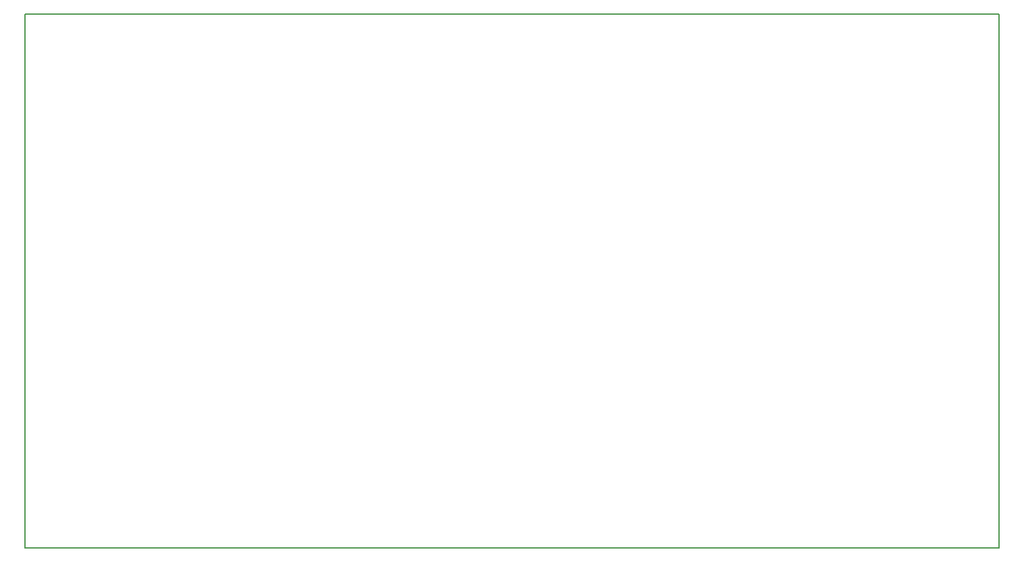
<source format=gm1>
G04*
G04 #@! TF.GenerationSoftware,Altium Limited,Altium Designer,20.0.9 (164)*
G04*
G04 Layer_Color=16711935*
%FSLAX25Y25*%
%MOIN*%
G70*
G01*
G75*
%ADD10C,0.00787*%
D10*
X-2165Y289764D02*
X101181D01*
X-2165D02*
X-2165Y11811D01*
X83465D01*
X504724D01*
X504724Y257087D02*
X504724Y11811D01*
X101181Y289764D02*
X504724D01*
Y257087D02*
Y289764D01*
M02*

</source>
